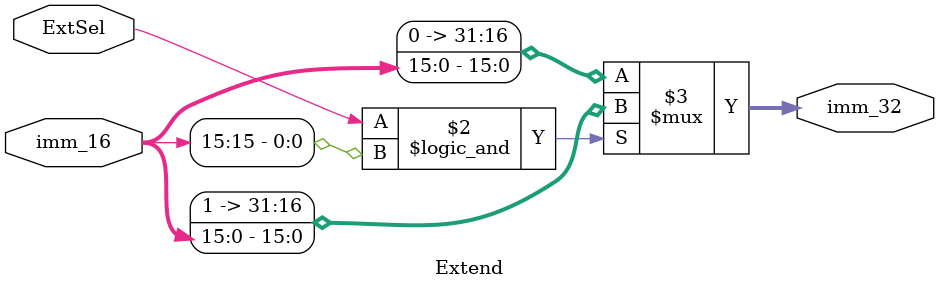
<source format=v>
`timescale 1ns / 1ps

// finished

module Extend(
    input ExtSel,
    input [15:0] imm_16,
    output [31:0] imm_32
    );
    assign imm_32 = (ExtSel && imm_16[15] == 1) ? {16'hffff, imm_16} : {16'h0000, imm_16};
endmodule

</source>
